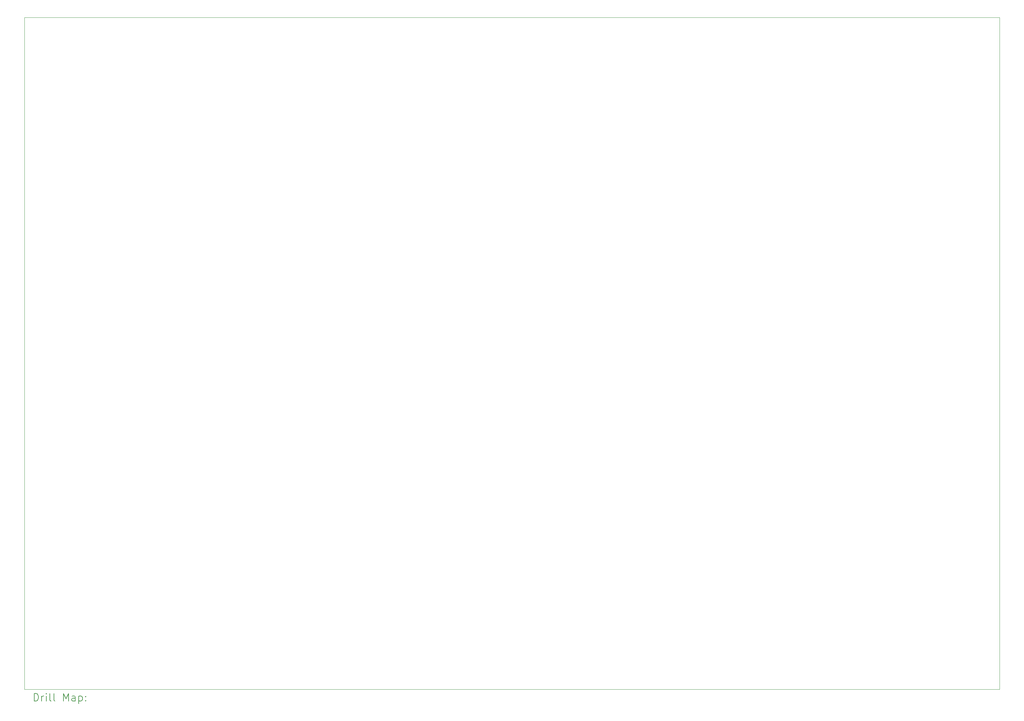
<source format=gbr>
%TF.GenerationSoftware,KiCad,Pcbnew,8.0.5*%
%TF.CreationDate,2025-05-12T12:19:04+05:30*%
%TF.ProjectId,automation,6175746f-6d61-4746-996f-6e2e6b696361,rev?*%
%TF.SameCoordinates,Original*%
%TF.FileFunction,Drillmap*%
%TF.FilePolarity,Positive*%
%FSLAX45Y45*%
G04 Gerber Fmt 4.5, Leading zero omitted, Abs format (unit mm)*
G04 Created by KiCad (PCBNEW 8.0.5) date 2025-05-12 12:19:04*
%MOMM*%
%LPD*%
G01*
G04 APERTURE LIST*
%ADD10C,0.050000*%
%ADD11C,0.200000*%
G04 APERTURE END LIST*
D10*
X29070000Y-12060000D02*
X55090000Y-12060000D01*
X55090000Y-30010000D01*
X29070000Y-30010000D01*
X29070000Y-12060000D01*
D11*
X29328277Y-30323984D02*
X29328277Y-30123984D01*
X29328277Y-30123984D02*
X29375896Y-30123984D01*
X29375896Y-30123984D02*
X29404467Y-30133508D01*
X29404467Y-30133508D02*
X29423515Y-30152555D01*
X29423515Y-30152555D02*
X29433039Y-30171603D01*
X29433039Y-30171603D02*
X29442562Y-30209698D01*
X29442562Y-30209698D02*
X29442562Y-30238269D01*
X29442562Y-30238269D02*
X29433039Y-30276365D01*
X29433039Y-30276365D02*
X29423515Y-30295412D01*
X29423515Y-30295412D02*
X29404467Y-30314460D01*
X29404467Y-30314460D02*
X29375896Y-30323984D01*
X29375896Y-30323984D02*
X29328277Y-30323984D01*
X29528277Y-30323984D02*
X29528277Y-30190650D01*
X29528277Y-30228746D02*
X29537801Y-30209698D01*
X29537801Y-30209698D02*
X29547324Y-30200174D01*
X29547324Y-30200174D02*
X29566372Y-30190650D01*
X29566372Y-30190650D02*
X29585420Y-30190650D01*
X29652086Y-30323984D02*
X29652086Y-30190650D01*
X29652086Y-30123984D02*
X29642562Y-30133508D01*
X29642562Y-30133508D02*
X29652086Y-30143031D01*
X29652086Y-30143031D02*
X29661610Y-30133508D01*
X29661610Y-30133508D02*
X29652086Y-30123984D01*
X29652086Y-30123984D02*
X29652086Y-30143031D01*
X29775896Y-30323984D02*
X29756848Y-30314460D01*
X29756848Y-30314460D02*
X29747324Y-30295412D01*
X29747324Y-30295412D02*
X29747324Y-30123984D01*
X29880658Y-30323984D02*
X29861610Y-30314460D01*
X29861610Y-30314460D02*
X29852086Y-30295412D01*
X29852086Y-30295412D02*
X29852086Y-30123984D01*
X30109229Y-30323984D02*
X30109229Y-30123984D01*
X30109229Y-30123984D02*
X30175896Y-30266841D01*
X30175896Y-30266841D02*
X30242562Y-30123984D01*
X30242562Y-30123984D02*
X30242562Y-30323984D01*
X30423515Y-30323984D02*
X30423515Y-30219222D01*
X30423515Y-30219222D02*
X30413991Y-30200174D01*
X30413991Y-30200174D02*
X30394943Y-30190650D01*
X30394943Y-30190650D02*
X30356848Y-30190650D01*
X30356848Y-30190650D02*
X30337801Y-30200174D01*
X30423515Y-30314460D02*
X30404467Y-30323984D01*
X30404467Y-30323984D02*
X30356848Y-30323984D01*
X30356848Y-30323984D02*
X30337801Y-30314460D01*
X30337801Y-30314460D02*
X30328277Y-30295412D01*
X30328277Y-30295412D02*
X30328277Y-30276365D01*
X30328277Y-30276365D02*
X30337801Y-30257317D01*
X30337801Y-30257317D02*
X30356848Y-30247793D01*
X30356848Y-30247793D02*
X30404467Y-30247793D01*
X30404467Y-30247793D02*
X30423515Y-30238269D01*
X30518753Y-30190650D02*
X30518753Y-30390650D01*
X30518753Y-30200174D02*
X30537801Y-30190650D01*
X30537801Y-30190650D02*
X30575896Y-30190650D01*
X30575896Y-30190650D02*
X30594943Y-30200174D01*
X30594943Y-30200174D02*
X30604467Y-30209698D01*
X30604467Y-30209698D02*
X30613991Y-30228746D01*
X30613991Y-30228746D02*
X30613991Y-30285888D01*
X30613991Y-30285888D02*
X30604467Y-30304936D01*
X30604467Y-30304936D02*
X30594943Y-30314460D01*
X30594943Y-30314460D02*
X30575896Y-30323984D01*
X30575896Y-30323984D02*
X30537801Y-30323984D01*
X30537801Y-30323984D02*
X30518753Y-30314460D01*
X30699705Y-30304936D02*
X30709229Y-30314460D01*
X30709229Y-30314460D02*
X30699705Y-30323984D01*
X30699705Y-30323984D02*
X30690182Y-30314460D01*
X30690182Y-30314460D02*
X30699705Y-30304936D01*
X30699705Y-30304936D02*
X30699705Y-30323984D01*
X30699705Y-30200174D02*
X30709229Y-30209698D01*
X30709229Y-30209698D02*
X30699705Y-30219222D01*
X30699705Y-30219222D02*
X30690182Y-30209698D01*
X30690182Y-30209698D02*
X30699705Y-30200174D01*
X30699705Y-30200174D02*
X30699705Y-30219222D01*
M02*

</source>
